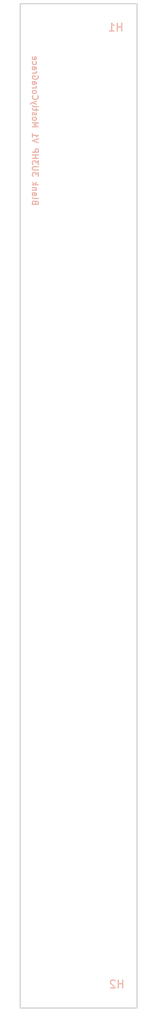
<source format=kicad_pcb>
(kicad_pcb (version 20240108) (generator "pcbnew") (generator_version "8.0")
  (layers (0 "F.Cu" signal) (31 "B.Cu" signal) (34 "B.Paste" user) (35 "F.Paste" user) (36 "B.SilkS" user "B.Silkscreen") (37 "F.SilkS" user "F.Silkscreen") (38 "B.Mask" user) (39 "F.Mask" user) (44 "Edge.Cuts" user))
  (net 0 "")
  (footprint "EXC:MountingHole_3.2mm_M3" (layer "B.Cu") (at 7.62 5.425 180)
    (property "Reference" "H1" (at -3.556 -0.036 0) (layer "B.SilkS") (effects (justify right mirror)))
    (property "Value" "Eurorack_M3_MountingHole")
    (pad "" np_thru_hole oval (at 0 0 180) (size 4.8 3.2) (drill oval 4.8 3.2) (layers "F&B.Cu" "*.Mask"))
  )
  (footprint "EXC:MountingHole_3.2mm_M3" (layer "B.Cu") (at 7.62 127.925 180)
    (property "Reference" "H2" (at -3.683 0.036 0) (layer "B.SilkS") (effects (justify right mirror)))
    (property "Value" "Eurorack_M3_MountingHole")
    (pad "" np_thru_hole oval (at 0 0 180) (size 4.8 3.2) (drill oval 4.8 3.2) (layers "F&B.Cu" "*.Mask"))
  )
  (gr_rect (start 0 2.425) (end 15 130.925) (stroke (width 0.15)) (fill none) (layer "Edge.Cuts"))
  (gr_text "Blank 3U3HP V1 MostlyCoraGrace" (at 1.905 18.669 270) (layer "B.SilkS") (effects (font (size 0.75 0.75) (thickness 0.15) (bold yes)) (justify mirror)))
)
</source>
